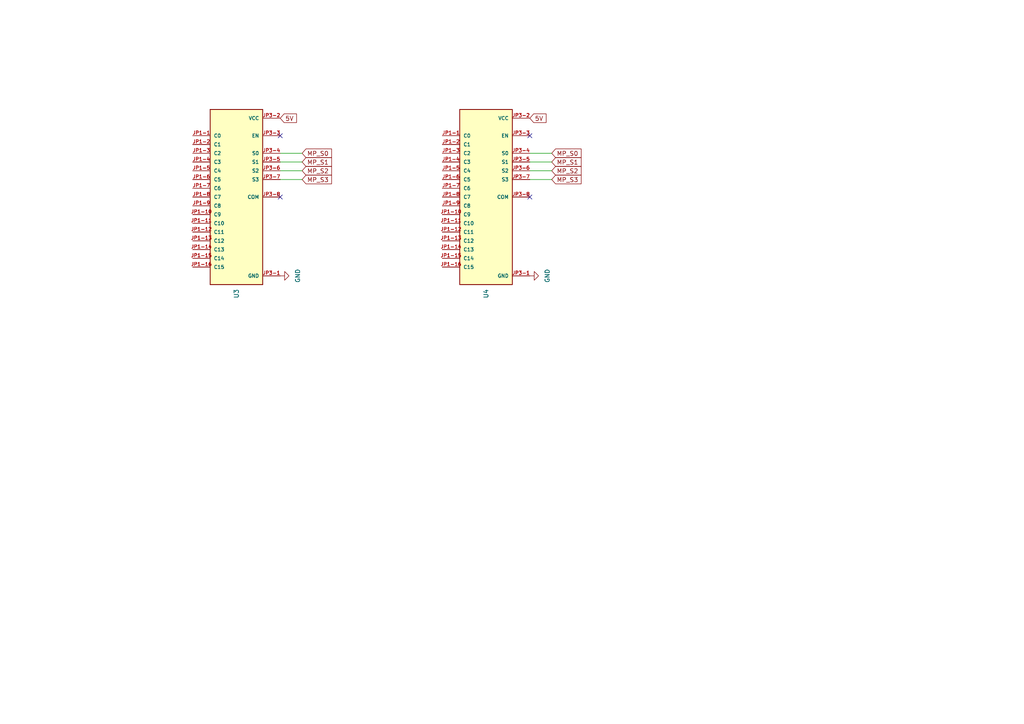
<source format=kicad_sch>
(kicad_sch (version 20230121) (generator eeschema)
  (paper "A4")
  (title_block (title "FCU Mainboard schematics") (date "2024-03-05") (rev "1.0"))
  (lib_symbols
    (symbol "SF_Library:Multiplexer CD74HC4067 Breakout" (pin_names (offset 1.016))
      (property "Reference" "U" (at -7.62 25.908 0))
      (property "Value" "Multiplexer CD74HC4067 Breakout" (at -7.62 -27.94 0))
      (symbol "Multiplexer CD74HC4067 Breakout_0_0"
        (rectangle (start -7.62 -25.4) (end 7.62 25.4) (stroke (width 0.254)) (fill (type background)))
        (pin input line (at -12.7 17.78 0) (length 5.08) (name "C0") (number "JP1-1"))
        (pin input line (at -12.7 -5.08 0) (length 5.08) (name "C9") (number "JP1-10"))
        (pin input line (at -12.7 -7.62 0) (length 5.08) (name "C10") (number "JP1-11"))
        (pin input line (at -12.7 -10.16 0) (length 5.08) (name "C11") (number "JP1-12"))
        (pin input line (at -12.7 -12.7 0) (length 5.08) (name "C12") (number "JP1-13"))
        (pin input line (at -12.7 -15.24 0) (length 5.08) (name "C13") (number "JP1-14"))
        (pin input line (at -12.7 -17.78 0) (length 5.08) (name "C14") (number "JP1-15"))
        (pin input line (at -12.7 -20.32 0) (length 5.08) (name "C15") (number "JP1-16"))
        (pin input line (at -12.7 15.24 0) (length 5.08) (name "C1") (number "JP1-2"))
        (pin input line (at -12.7 12.7 0) (length 5.08) (name "C2") (number "JP1-3"))
        (pin input line (at -12.7 10.16 0) (length 5.08) (name "C3") (number "JP1-4"))
        (pin input line (at -12.7 7.62 0) (length 5.08) (name "C4") (number "JP1-5"))
        (pin input line (at -12.7 5.08 0) (length 5.08) (name "C5") (number "JP1-6"))
        (pin input line (at -12.7 2.54 0) (length 5.08) (name "C6") (number "JP1-7"))
        (pin input line (at -12.7 0 0) (length 5.08) (name "C7") (number "JP1-8"))
        (pin input line (at -12.7 -2.54 0) (length 5.08) (name "C8") (number "JP1-9"))
        (pin power_in line (at 12.7 -22.86 180) (length 5.08) (name "GND") (number "JP3-1"))
        (pin power_in line (at 12.7 22.86 180) (length 5.08) (name "VCC") (number "JP3-2"))
        (pin input line (at 12.7 17.78 180) (length 5.08) (name "EN") (number "JP3-3"))
        (pin input line (at 12.7 12.7 180) (length 5.08) (name "S0") (number "JP3-4"))
        (pin input line (at 12.7 10.16 180) (length 5.08) (name "S1") (number "JP3-5"))
        (pin input line (at 12.7 7.62 180) (length 5.08) (name "S2") (number "JP3-6"))
        (pin input line (at 12.7 5.08 180) (length 5.08) (name "S3") (number "JP3-7"))
        (pin bidirectional line (at 12.7 0 180) (length 5.08) (name "COM") (number "JP3-8"))
      )
    )
    (symbol "power:GND" (power) (pin_names (offset 0))
      (property "Value" "GND" (at 0 -3.81 0))
      (symbol "GND_0_1"
        (polyline (pts (xy 0 0) (xy 0 -1.27) (xy 1.27 -1.27) (xy 0 -2.54) (xy -1.27 -1.27) (xy 0 -1.27)))
      )
      (symbol "GND_1_1"
        (pin power_in line (at 0 0 270) (length 0) hide (name "GND") (number "1"))
      )
    )
  )
  (no_connect (at 153.67 57.15))
  (no_connect (at 153.67 39.37))
  (no_connect (at 81.28 57.15))
  (no_connect (at 81.28 39.37))
  (wire (pts (xy 153.67 44.45) (xy 160.02 44.45)))
  (wire (pts (xy 153.67 46.99) (xy 160.02 46.99)))
  (wire (pts (xy 81.28 46.99) (xy 87.63 46.99)))
  (wire (pts (xy 81.28 52.07) (xy 87.63 52.07)))
  (wire (pts (xy 81.28 49.53) (xy 87.63 49.53)))
  (wire (pts (xy 153.67 49.53) (xy 160.02 49.53)))
  (wire (pts (xy 81.28 44.45) (xy 87.63 44.45)))
  (wire (pts (xy 153.67 52.07) (xy 160.02 52.07)))
  (global_label "MP_S1" (shape input) (at 160.02 46.99 0) (property "Intersheetrefs" "${INTERSHEET_REFS}" (effects hide)))
  (global_label "MP_S2" (shape input) (at 87.63 49.53 0) (property "Intersheetrefs" "${INTERSHEET_REFS}" (effects hide)))
  (global_label "MP_S0" (shape input) (at 87.63 44.45 0) (property "Intersheetrefs" "${INTERSHEET_REFS}" (effects hide)))
  (global_label "5V" (shape input) (at 153.67 34.29 0) (property "Intersheetrefs" "${INTERSHEET_REFS}" (effects hide)))
  (global_label "MP_S3" (shape input) (at 160.02 52.07 0) (property "Intersheetrefs" "${INTERSHEET_REFS}" (effects hide)))
  (global_label "MP_S0" (shape input) (at 160.02 44.45 0) (property "Intersheetrefs" "${INTERSHEET_REFS}" (effects hide)))
  (global_label "MP_S1" (shape input) (at 87.63 46.99 0) (property "Intersheetrefs" "${INTERSHEET_REFS}" (effects hide)))
  (global_label "MP_S2" (shape input) (at 160.02 49.53 0) (property "Intersheetrefs" "${INTERSHEET_REFS}" (effects hide)))
  (global_label "5V" (shape input) (at 81.28 34.29 0) (property "Intersheetrefs" "${INTERSHEET_REFS}" (effects hide)))
  (global_label "MP_S3" (shape input) (at 87.63 52.07 0) (property "Intersheetrefs" "${INTERSHEET_REFS}" (effects hide)))
  (symbol (lib_id "power:GND") (at 153.67 80.01 90) (unit 1)
    (property "Reference" "#PWR020" (effects hide))
    (property "Value" "GND" (at 158.75 80.01 0))
  )
  (symbol (lib_id "SF_Library:Multiplexer CD74HC4067 Breakout") (at 68.58 57.15 0) (unit 1)
    (property "Reference" "U3" (at 68.58 83.82 90) (effects (justify right)))
    (property "Value" "Multiplexer CD74HC4067 Breakout" (effects hide))
    (property "Footprint" "AdaFruit:MODULE_BOB-09056" (effects hide))
    (property "MF" "SparkFun Electronics" (effects hide))
    (property "MAXIMUM_PACKAGE_HEIGHT" "N/A" (effects hide))
    (property "Package" "None" (effects hide))
    (property "Price" "None" (effects hide))
    (property "Check_prices" "https://www.snapeda.com/parts/BOB-09056/SparkFun+Electronics/view-part/?ref=eda" (effects hide))
    (property "STANDARD" "Manufacturer Recommendations" (effects hide))
    (property "PARTREV" "v11" (effects hide))
    (property "SnapEDA_Link" "https://www.snapeda.com/parts/BOB-09056/SparkFun+Electronics/view-part/?ref=snap" (effects hide))
    (property "MP" "BOB-09056" (effects hide))
    (property "Purchase-URL" "https://www.snapeda.com/api/url_track_click_mouser/?unipart_id=482777&manufacturer=SparkFun Electronics&part_name=BOB-09056&search_term=None" (effects hide))
    (property "Description" "\n74HC4067 Analog and Digital Switch Interface Evaluation Board\n" (effects hide))
    (property "Availability" "In Stock" (effects hide))
    (property "MANUFACTURER" "SparkFun Electronics" (effects hide))
  )
  (symbol (lib_id "SF_Library:Multiplexer CD74HC4067 Breakout") (at 140.97 57.15 0) (unit 1)
    (property "Reference" "U4" (at 140.97 83.82 90) (effects (justify right)))
    (property "Value" "Multiplexer CD74HC4067 Breakout" (effects hide))
    (property "Footprint" "AdaFruit:MODULE_BOB-09056" (effects hide))
    (property "MF" "SparkFun Electronics" (effects hide))
    (property "MAXIMUM_PACKAGE_HEIGHT" "N/A" (effects hide))
    (property "Package" "None" (effects hide))
    (property "Price" "None" (effects hide))
    (property "Check_prices" "https://www.snapeda.com/parts/BOB-09056/SparkFun+Electronics/view-part/?ref=eda" (effects hide))
    (property "STANDARD" "Manufacturer Recommendations" (effects hide))
    (property "PARTREV" "v11" (effects hide))
    (property "SnapEDA_Link" "https://www.snapeda.com/parts/BOB-09056/SparkFun+Electronics/view-part/?ref=snap" (effects hide))
    (property "MP" "BOB-09056" (effects hide))
    (property "Purchase-URL" "https://www.snapeda.com/api/url_track_click_mouser/?unipart_id=482777&manufacturer=SparkFun Electronics&part_name=BOB-09056&search_term=None" (effects hide))
    (property "Description" "\n74HC4067 Analog and Digital Switch Interface Evaluation Board\n" (effects hide))
    (property "Availability" "In Stock" (effects hide))
    (property "MANUFACTURER" "SparkFun Electronics" (effects hide))
  )
  (symbol (lib_id "power:GND") (at 81.28 80.01 90) (unit 1)
    (property "Reference" "#PWR09" (effects hide))
    (property "Value" "GND" (at 86.36 80.01 0))
  )
)
</source>
